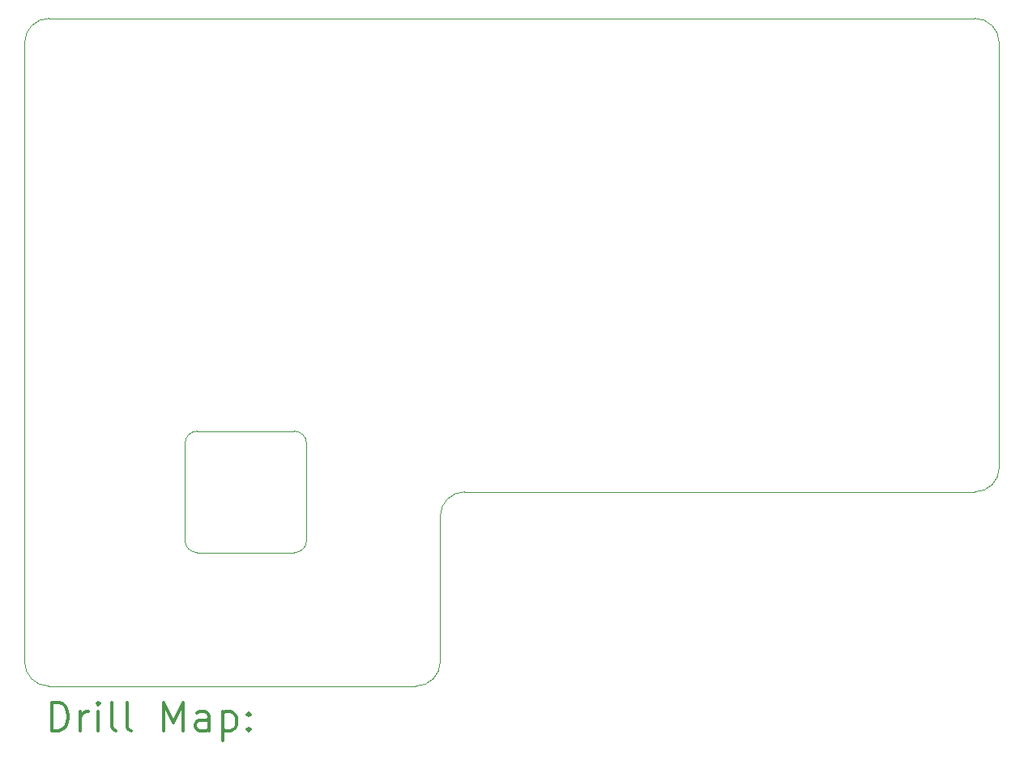
<source format=gbr>
%FSLAX45Y45*%
G04 Gerber Fmt 4.5, Leading zero omitted, Abs format (unit mm)*
G04 Created by KiCad (PCBNEW (5.1.12)-1) date 2022-03-01 21:27:44*
%MOMM*%
%LPD*%
G01*
G04 APERTURE LIST*
%TA.AperFunction,Profile*%
%ADD10C,0.050000*%
%TD*%
%ADD11C,0.200000*%
%ADD12C,0.300000*%
G04 APERTURE END LIST*
D10*
X13589000Y-12954000D02*
G75*
G02*
X13462000Y-13081000I-127000J0D01*
G01*
X12446000Y-13081000D02*
G75*
G02*
X12319000Y-12954000I0J127000D01*
G01*
X12319000Y-11938000D02*
G75*
G02*
X12446000Y-11811000I127000J0D01*
G01*
X13462000Y-11811000D02*
G75*
G02*
X13589000Y-11938000I0J-127000D01*
G01*
X13462000Y-11811000D02*
X12446000Y-11811000D01*
X13589000Y-12954000D02*
X13589000Y-11938000D01*
X12446000Y-13081000D02*
X13462000Y-13081000D01*
X12319000Y-11938000D02*
X12319000Y-12954000D01*
X10896600Y-14478000D02*
G75*
G02*
X10642600Y-14224000I0J254000D01*
G01*
X10642600Y-7747000D02*
X10642600Y-14224000D01*
X20828000Y-7747000D02*
X20828000Y-12192000D01*
X10896600Y-7493000D02*
X20574000Y-7493000D01*
X14986000Y-12700000D02*
G75*
G02*
X15240000Y-12446000I254000J0D01*
G01*
X20828000Y-12192000D02*
G75*
G02*
X20574000Y-12446000I-254000J0D01*
G01*
X20574000Y-7493000D02*
G75*
G02*
X20828000Y-7747000I0J-254000D01*
G01*
X10642600Y-7747000D02*
G75*
G02*
X10896600Y-7493000I254000J0D01*
G01*
X14986000Y-14224000D02*
G75*
G02*
X14732000Y-14478000I-254000J0D01*
G01*
X15240000Y-12446000D02*
X20574000Y-12446000D01*
X14986000Y-12700000D02*
X14986000Y-14224000D01*
X14732000Y-14478000D02*
X10896600Y-14478000D01*
D11*
D12*
X10926528Y-14946214D02*
X10926528Y-14646214D01*
X10997957Y-14646214D01*
X11040814Y-14660500D01*
X11069386Y-14689071D01*
X11083671Y-14717643D01*
X11097957Y-14774786D01*
X11097957Y-14817643D01*
X11083671Y-14874786D01*
X11069386Y-14903357D01*
X11040814Y-14931929D01*
X10997957Y-14946214D01*
X10926528Y-14946214D01*
X11226528Y-14946214D02*
X11226528Y-14746214D01*
X11226528Y-14803357D02*
X11240814Y-14774786D01*
X11255100Y-14760500D01*
X11283671Y-14746214D01*
X11312243Y-14746214D01*
X11412243Y-14946214D02*
X11412243Y-14746214D01*
X11412243Y-14646214D02*
X11397957Y-14660500D01*
X11412243Y-14674786D01*
X11426528Y-14660500D01*
X11412243Y-14646214D01*
X11412243Y-14674786D01*
X11597957Y-14946214D02*
X11569386Y-14931929D01*
X11555100Y-14903357D01*
X11555100Y-14646214D01*
X11755100Y-14946214D02*
X11726528Y-14931929D01*
X11712243Y-14903357D01*
X11712243Y-14646214D01*
X12097957Y-14946214D02*
X12097957Y-14646214D01*
X12197957Y-14860500D01*
X12297957Y-14646214D01*
X12297957Y-14946214D01*
X12569386Y-14946214D02*
X12569386Y-14789071D01*
X12555100Y-14760500D01*
X12526528Y-14746214D01*
X12469386Y-14746214D01*
X12440814Y-14760500D01*
X12569386Y-14931929D02*
X12540814Y-14946214D01*
X12469386Y-14946214D01*
X12440814Y-14931929D01*
X12426528Y-14903357D01*
X12426528Y-14874786D01*
X12440814Y-14846214D01*
X12469386Y-14831929D01*
X12540814Y-14831929D01*
X12569386Y-14817643D01*
X12712243Y-14746214D02*
X12712243Y-15046214D01*
X12712243Y-14760500D02*
X12740814Y-14746214D01*
X12797957Y-14746214D01*
X12826528Y-14760500D01*
X12840814Y-14774786D01*
X12855100Y-14803357D01*
X12855100Y-14889071D01*
X12840814Y-14917643D01*
X12826528Y-14931929D01*
X12797957Y-14946214D01*
X12740814Y-14946214D01*
X12712243Y-14931929D01*
X12983671Y-14917643D02*
X12997957Y-14931929D01*
X12983671Y-14946214D01*
X12969386Y-14931929D01*
X12983671Y-14917643D01*
X12983671Y-14946214D01*
X12983671Y-14760500D02*
X12997957Y-14774786D01*
X12983671Y-14789071D01*
X12969386Y-14774786D01*
X12983671Y-14760500D01*
X12983671Y-14789071D01*
M02*

</source>
